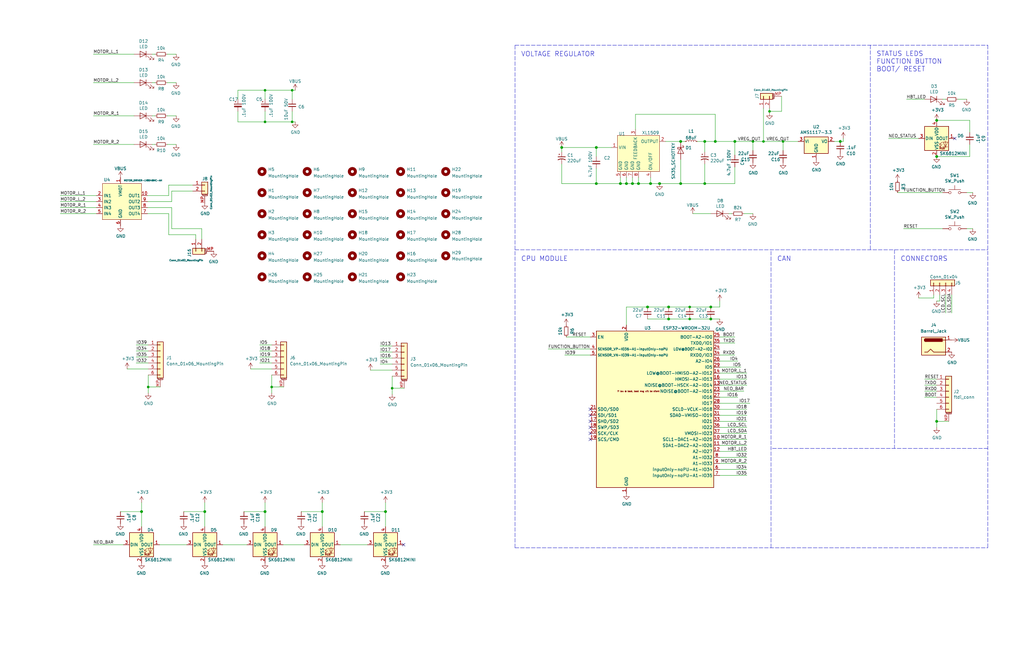
<source format=kicad_sch>
(kicad_sch (version 20211123) (generator eeschema)
  (paper "B")
  (title_block (rev "1.0P") (company "Evezor Inc."))
  (junction (at 309.88 59.69) (diameter 1.016))
  (junction (at 123.19 51.435))
  (junction (at 59.69 215.9) (diameter 1.016))
  (junction (at 261.62 77.47) (diameter 1.016))
  (junction (at 162.56 215.9) (diameter 1.016))
  (junction (at 251.46 77.47) (diameter 1.016))
  (junction (at 287.02 77.47) (diameter 1.016))
  (junction (at 299.72 129.54) (diameter 1.016))
  (junction (at 324.485 46.99))
  (junction (at 273.05 129.54) (diameter 1.016))
  (junction (at 86.36 215.9) (diameter 1.016))
  (junction (at 165.354 163.83))
  (junction (at 135.89 215.9) (diameter 1.016))
  (junction (at 278.13 77.47) (diameter 1.016))
  (junction (at 321.945 59.69))
  (junction (at 269.24 77.47) (diameter 1.016))
  (junction (at 394.97 50.8) (diameter 1.016))
  (junction (at 394.97 66.04) (diameter 1.016))
  (junction (at 281.94 134.62) (diameter 1.016))
  (junction (at 317.5 59.69))
  (junction (at 264.16 77.47) (diameter 1.016))
  (junction (at 354.33 59.69) (diameter 1.016))
  (junction (at 111.76 51.435))
  (junction (at 266.7 77.47) (diameter 1.016))
  (junction (at 299.72 134.62) (diameter 1.016))
  (junction (at 281.94 129.54) (diameter 1.016))
  (junction (at 290.83 134.62))
  (junction (at 297.18 59.69) (diameter 1.016))
  (junction (at 111.76 38.1))
  (junction (at 330.2 59.69))
  (junction (at 114.554 163.322))
  (junction (at 301.625 59.69) (diameter 1.016))
  (junction (at 297.18 77.47) (diameter 1.016))
  (junction (at 62.484 163.322))
  (junction (at 123.19 38.1))
  (junction (at 394.97 177.8) (diameter 1.016))
  (junction (at 274.32 77.47) (diameter 1.016))
  (junction (at 251.46 62.23) (diameter 1.016))
  (junction (at 287.02 59.69) (diameter 1.016))
  (junction (at 236.855 62.23) (diameter 1.016))
  (junction (at 290.83 129.54))
  (junction (at 111.76 215.9) (diameter 1.016))
  (no_connect (at 248.92 180.34))
  (no_connect (at 248.92 177.8))
  (no_connect (at 248.92 172.72))
  (no_connect (at 402.59 58.42))
  (no_connect (at 248.92 175.26))
  (no_connect (at 248.92 182.88))
  (no_connect (at 170.18 229.87))
  (no_connect (at 248.92 185.42))
  (wire (pts (xy 401.32 124.46) (xy 401.32 132.08)))
  (wire (pts (xy 50.8 215.9) (xy 59.69 215.9)))
  (wire (pts (xy 111.76 38.1) (xy 111.76 41.91)))
  (polyline (pts (xy 367.03 19.05) (xy 367.03 105.41)) (stroke (width 0) (type dash)))
  (wire (pts (xy 387.35 58.42) (xy 374.65 58.42)))
  (wire (pts (xy 123.19 51.435) (xy 124.46 51.435)))
  (wire (pts (xy 127 215.9) (xy 135.89 215.9)))
  (wire (pts (xy 25.4 87.63) (xy 40.64 87.63)))
  (wire (pts (xy 387.35 125.73) (xy 393.7 125.73)))
  (wire (pts (xy 123.19 38.1) (xy 123.19 41.91)))
  (wire (pts (xy 160.274 153.67) (xy 165.354 153.67)))
  (wire (pts (xy 102.87 215.9) (xy 111.76 215.9)))
  (wire (pts (xy 111.76 215.9) (xy 111.76 222.25)))
  (wire (pts (xy 77.47 215.9) (xy 86.36 215.9)))
  (wire (pts (xy 39.37 22.86) (xy 56.515 22.86)))
  (wire (pts (xy 329.565 46.99) (xy 324.485 46.99)))
  (wire (pts (xy 53.594 155.702) (xy 62.484 155.702)))
  (wire (pts (xy 321.945 45.72) (xy 321.945 59.69)))
  (wire (pts (xy 111.76 51.435) (xy 111.76 46.99)))
  (wire (pts (xy 403.86 41.91) (xy 407.67 41.91)))
  (wire (pts (xy 100.33 51.435) (xy 111.76 51.435)))
  (wire (pts (xy 309.88 59.69) (xy 309.88 65.405)))
  (wire (pts (xy 303.53 142.24) (xy 309.88 142.24)))
  (wire (pts (xy 396.24 127) (xy 396.24 124.46)))
  (wire (pts (xy 394.97 66.04) (xy 408.94 66.04)))
  (wire (pts (xy 64.135 34.925) (xy 65.405 34.925)))
  (wire (pts (xy 294.005 59.69) (xy 297.18 59.69)))
  (wire (pts (xy 278.13 77.47) (xy 287.02 77.47)))
  (wire (pts (xy 330.2 59.69) (xy 330.2 63.5)))
  (wire (pts (xy 236.855 77.47) (xy 251.46 77.47)))
  (wire (pts (xy 162.56 215.9) (xy 162.56 212.09)))
  (wire (pts (xy 299.72 129.54) (xy 303.53 129.54)))
  (wire (pts (xy 330.2 59.69) (xy 336.55 59.69)))
  (wire (pts (xy 57.404 153.162) (xy 62.484 153.162)))
  (wire (pts (xy 62.23 90.17) (xy 71.12 90.17)))
  (wire (pts (xy 71.12 90.17) (xy 71.12 99.06)))
  (wire (pts (xy 71.12 99.06) (xy 82.55 99.06)))
  (wire (pts (xy 111.76 215.9) (xy 111.76 212.09)))
  (wire (pts (xy 251.46 62.23) (xy 236.855 62.23)))
  (wire (pts (xy 389.89 160.02) (xy 394.97 160.02)))
  (wire (pts (xy 267.97 48.26) (xy 267.97 54.61)))
  (wire (pts (xy 105.664 155.702) (xy 114.554 155.702)))
  (wire (pts (xy 100.33 38.1) (xy 111.76 38.1)))
  (wire (pts (xy 86.36 215.9) (xy 86.36 222.25)))
  (wire (pts (xy 297.18 77.47) (xy 309.88 77.47)))
  (wire (pts (xy 303.53 129.54) (xy 303.53 127)))
  (polyline (pts (xy 217.17 19.05) (xy 416.56 19.05)) (stroke (width 0) (type dash)))
  (wire (pts (xy 303.53 190.5) (xy 314.96 190.5)))
  (wire (pts (xy 394.97 177.8) (xy 400.05 177.8)))
  (wire (pts (xy 85.09 96.52) (xy 85.09 100.965)))
  (wire (pts (xy 135.89 215.9) (xy 135.89 212.09)))
  (wire (pts (xy 303.53 200.66) (xy 314.96 200.66)))
  (wire (pts (xy 290.83 129.54) (xy 299.72 129.54)))
  (wire (pts (xy 111.76 38.1) (xy 123.19 38.1)))
  (wire (pts (xy 303.53 198.12) (xy 314.96 198.12)))
  (wire (pts (xy 329.565 40.64) (xy 329.565 46.99)))
  (wire (pts (xy 165.354 163.83) (xy 170.434 163.83)))
  (wire (pts (xy 303.53 165.1) (xy 313.69 165.1)))
  (wire (pts (xy 59.69 215.9) (xy 59.69 212.09)))
  (wire (pts (xy 25.4 82.55) (xy 40.64 82.55)))
  (wire (pts (xy 123.19 51.435) (xy 123.19 46.99)))
  (wire (pts (xy 261.62 77.47) (xy 264.16 77.47)))
  (wire (pts (xy 309.88 149.86) (xy 303.53 149.86)))
  (wire (pts (xy 39.37 34.925) (xy 56.515 34.925)))
  (wire (pts (xy 309.88 59.69) (xy 317.5 59.69)))
  (wire (pts (xy 378.46 81.28) (xy 397.51 81.28)))
  (wire (pts (xy 382.27 41.91) (xy 389.89 41.91)))
  (wire (pts (xy 269.24 77.47) (xy 274.32 77.47)))
  (wire (pts (xy 351.79 59.69) (xy 354.33 59.69)))
  (wire (pts (xy 162.56 215.9) (xy 162.56 222.25)))
  (wire (pts (xy 109.474 145.542) (xy 114.554 145.542)))
  (wire (pts (xy 301.625 48.26) (xy 301.625 59.69)))
  (wire (pts (xy 111.76 51.435) (xy 123.19 51.435)))
  (wire (pts (xy 160.274 146.05) (xy 165.354 146.05)))
  (wire (pts (xy 251.46 62.23) (xy 251.46 66.04)))
  (wire (pts (xy 70.485 34.925) (xy 74.295 34.925)))
  (wire (pts (xy 59.69 215.9) (xy 59.69 222.25)))
  (wire (pts (xy 114.554 163.322) (xy 114.554 165.862)))
  (wire (pts (xy 394.97 172.72) (xy 394.97 177.8)))
  (wire (pts (xy 394.97 177.8) (xy 394.97 180.34)))
  (wire (pts (xy 407.67 81.28) (xy 410.21 81.28)))
  (wire (pts (xy 52.07 229.87) (xy 39.37 229.87)))
  (polyline (pts (xy 217.17 231.14) (xy 217.17 19.05)) (stroke (width 0) (type dash)))
  (wire (pts (xy 394.97 167.64) (xy 389.89 167.64)))
  (wire (pts (xy 303.53 160.02) (xy 314.96 160.02)))
  (wire (pts (xy 100.33 38.1) (xy 100.33 41.91)))
  (wire (pts (xy 39.37 48.895) (xy 56.515 48.895)))
  (wire (pts (xy 309.88 70.485) (xy 309.88 77.47)))
  (wire (pts (xy 407.67 96.52) (xy 410.21 96.52)))
  (wire (pts (xy 62.484 158.242) (xy 62.484 163.322)))
  (wire (pts (xy 70.485 22.86) (xy 74.295 22.86)))
  (wire (pts (xy 303.53 152.4) (xy 311.15 152.4)))
  (polyline (pts (xy 416.56 189.23) (xy 325.12 189.23)) (stroke (width 0) (type dash)))
  (wire (pts (xy 287.02 77.47) (xy 297.18 77.47)))
  (wire (pts (xy 264.16 74.93) (xy 264.16 77.47)))
  (wire (pts (xy 299.72 134.62) (xy 303.53 134.62)))
  (polyline (pts (xy 416.56 19.05) (xy 416.56 231.14)) (stroke (width 0) (type dash)))
  (wire (pts (xy 119.38 229.87) (xy 128.27 229.87)))
  (wire (pts (xy 264.16 77.47) (xy 266.7 77.47)))
  (wire (pts (xy 143.51 229.87) (xy 154.94 229.87)))
  (wire (pts (xy 281.94 134.62) (xy 290.83 134.62)))
  (wire (pts (xy 93.98 229.87) (xy 104.14 229.87)))
  (wire (pts (xy 303.53 162.56) (xy 314.96 162.56)))
  (wire (pts (xy 236.855 69.215) (xy 236.855 77.47)))
  (polyline (pts (xy 377.19 105.41) (xy 377.19 189.23)) (stroke (width 0) (type dash)))
  (wire (pts (xy 266.7 74.93) (xy 266.7 77.47)))
  (wire (pts (xy 297.18 59.69) (xy 301.625 59.69)))
  (wire (pts (xy 25.4 90.17) (xy 40.64 90.17)))
  (wire (pts (xy 160.274 151.13) (xy 165.354 151.13)))
  (wire (pts (xy 25.4 85.09) (xy 40.64 85.09)))
  (wire (pts (xy 274.32 74.93) (xy 274.32 77.47)))
  (wire (pts (xy 257.81 62.23) (xy 251.46 62.23)))
  (wire (pts (xy 287.02 59.69) (xy 288.925 59.69)))
  (wire (pts (xy 303.53 187.96) (xy 314.96 187.96)))
  (wire (pts (xy 231.14 147.32) (xy 248.92 147.32)))
  (wire (pts (xy 62.23 82.55) (xy 71.12 82.55)))
  (wire (pts (xy 71.12 78.105) (xy 81.28 78.105)))
  (wire (pts (xy 71.12 82.55) (xy 71.12 78.105)))
  (wire (pts (xy 303.53 182.88) (xy 314.96 182.88)))
  (wire (pts (xy 287.02 77.47) (xy 287.02 67.31)))
  (wire (pts (xy 251.46 71.12) (xy 251.46 77.47)))
  (wire (pts (xy 303.53 157.48) (xy 314.96 157.48)))
  (wire (pts (xy 316.23 170.18) (xy 303.53 170.18)))
  (wire (pts (xy 301.625 59.69) (xy 309.88 59.69)))
  (wire (pts (xy 408.94 66.04) (xy 408.94 60.96)))
  (wire (pts (xy 303.53 185.42) (xy 314.96 185.42)))
  (wire (pts (xy 109.474 153.162) (xy 114.554 153.162)))
  (wire (pts (xy 165.354 158.75) (xy 165.354 163.83)))
  (wire (pts (xy 114.554 163.322) (xy 119.634 163.322)))
  (wire (pts (xy 238.76 142.24) (xy 248.92 142.24)))
  (wire (pts (xy 317.5 59.69) (xy 317.5 63.5)))
  (wire (pts (xy 324.485 46.99) (xy 324.485 47.625)))
  (wire (pts (xy 281.94 129.54) (xy 290.83 129.54)))
  (polyline (pts (xy 217.17 231.14) (xy 416.56 231.14)) (stroke (width 0) (type dash)))
  (wire (pts (xy 123.19 38.1) (xy 124.46 38.1)))
  (wire (pts (xy 381 96.52) (xy 397.51 96.52)))
  (polyline (pts (xy 217.17 105.41) (xy 416.56 105.41)) (stroke (width 0) (type dash)))
  (wire (pts (xy 62.23 87.63) (xy 72.39 87.63)))
  (wire (pts (xy 72.39 87.63) (xy 72.39 96.52)))
  (wire (pts (xy 72.39 96.52) (xy 85.09 96.52)))
  (wire (pts (xy 264.16 137.16) (xy 264.16 129.54)))
  (wire (pts (xy 261.62 74.93) (xy 261.62 77.47)))
  (wire (pts (xy 156.21 156.21) (xy 165.354 156.21)))
  (wire (pts (xy 62.484 163.322) (xy 62.484 165.862)))
  (wire (pts (xy 273.05 129.54) (xy 281.94 129.54)))
  (wire (pts (xy 393.7 125.73) (xy 393.7 124.46)))
  (wire (pts (xy 269.24 74.93) (xy 269.24 77.47)))
  (wire (pts (xy 57.404 145.542) (xy 62.484 145.542)))
  (wire (pts (xy 394.97 50.8) (xy 408.94 50.8)))
  (wire (pts (xy 274.32 77.47) (xy 278.13 77.47)))
  (wire (pts (xy 64.135 48.895) (xy 65.405 48.895)))
  (wire (pts (xy 355.6 59.69) (xy 355.6 58.42)))
  (wire (pts (xy 313.69 90.17) (xy 317.5 90.17)))
  (wire (pts (xy 324.485 45.72) (xy 324.485 46.99)))
  (wire (pts (xy 86.36 215.9) (xy 86.36 212.09)))
  (wire (pts (xy 57.404 148.082) (xy 62.484 148.082)))
  (wire (pts (xy 238.125 149.86) (xy 248.92 149.86)))
  (wire (pts (xy 290.83 134.62) (xy 299.72 134.62)))
  (wire (pts (xy 389.89 165.1) (xy 394.97 165.1)))
  (wire (pts (xy 72.39 80.645) (xy 72.39 85.09)))
  (wire (pts (xy 72.39 80.645) (xy 81.28 80.645)))
  (wire (pts (xy 72.39 85.09) (xy 62.23 85.09)))
  (polyline (pts (xy 325.12 231.14) (xy 325.12 105.41)) (stroke (width 0) (type dash)))
  (wire (pts (xy 303.53 175.26) (xy 314.96 175.26)))
  (wire (pts (xy 114.554 158.242) (xy 114.554 163.322)))
  (wire (pts (xy 39.37 60.96) (xy 56.515 60.96)))
  (wire (pts (xy 251.46 77.47) (xy 261.62 77.47)))
  (wire (pts (xy 303.53 180.34) (xy 314.96 180.34)))
  (wire (pts (xy 135.89 215.9) (xy 135.89 222.25)))
  (wire (pts (xy 280.67 59.69) (xy 287.02 59.69)))
  (wire (pts (xy 317.5 59.69) (xy 321.945 59.69)))
  (wire (pts (xy 109.474 150.622) (xy 114.554 150.622)))
  (wire (pts (xy 311.15 167.64) (xy 303.53 167.64)))
  (wire (pts (xy 57.404 150.622) (xy 62.484 150.622)))
  (wire (pts (xy 267.97 48.26) (xy 301.625 48.26)))
  (wire (pts (xy 236.855 62.23) (xy 236.855 64.135)))
  (wire (pts (xy 82.55 99.06) (xy 82.55 100.965)))
  (wire (pts (xy 303.53 172.72) (xy 314.96 172.72)))
  (wire (pts (xy 321.945 59.69) (xy 330.2 59.69)))
  (wire (pts (xy 273.05 134.62) (xy 281.94 134.62)))
  (wire (pts (xy 165.354 163.83) (xy 165.354 166.37)))
  (wire (pts (xy 67.31 229.87) (xy 78.74 229.87)))
  (wire (pts (xy 266.7 77.47) (xy 269.24 77.47)))
  (wire (pts (xy 297.18 77.47) (xy 297.18 69.215)))
  (wire (pts (xy 292.1 90.17) (xy 299.72 90.17)))
  (wire (pts (xy 303.53 177.8) (xy 314.96 177.8)))
  (wire (pts (xy 70.485 48.895) (xy 74.295 48.895)))
  (wire (pts (xy 64.135 22.86) (xy 65.405 22.86)))
  (wire (pts (xy 307.34 90.17) (xy 308.61 90.17)))
  (wire (pts (xy 109.474 148.082) (xy 114.554 148.082)))
  (wire (pts (xy 303.53 195.58) (xy 314.96 195.58)))
  (wire (pts (xy 394.97 127) (xy 396.24 127)))
  (wire (pts (xy 264.16 129.54) (xy 273.05 129.54)))
  (wire (pts (xy 398.78 124.46) (xy 398.78 132.08)))
  (wire (pts (xy 153.67 215.9) (xy 162.56 215.9)))
  (wire (pts (xy 303.53 144.78) (xy 309.88 144.78)))
  (wire (pts (xy 62.484 163.322) (xy 67.564 163.322)))
  (wire (pts (xy 160.274 148.59) (xy 165.354 148.59)))
  (wire (pts (xy 408.94 50.8) (xy 408.94 55.88)))
  (wire (pts (xy 70.485 60.96) (xy 74.295 60.96)))
  (wire (pts (xy 303.53 193.04) (xy 314.96 193.04)))
  (wire (pts (xy 354.33 59.69) (xy 355.6 59.69)))
  (wire (pts (xy 64.135 60.96) (xy 65.405 60.96)))
  (wire (pts (xy 397.51 41.91) (xy 398.78 41.91)))
  (wire (pts (xy 389.89 162.56) (xy 394.97 162.56)))
  (wire (pts (xy 297.18 59.69) (xy 297.18 64.135)))
  (wire (pts (xy 303.53 154.94) (xy 312.42 154.94)))
  (wire (pts (xy 100.33 46.99) (xy 100.33 51.435)))
  (text "VOLTAGE REGULATOR" (at 219.71 24.13 0) (effects (font (size 2.0066 2.0066)) (justify left bottom)))
  (text "CPU MODULE" (at 219.71 110.49 0) (effects (font (size 2.0066 2.0066)) (justify left bottom)))
  (text "CAN \n" (at 327.66 110.49 0) (effects (font (size 2.0066 2.0066)) (justify left bottom)))
  (text "STATUS LEDS \nFUNCTION BUTTON\nBOOT/ RESET " (at 369.57 30.48 0) (effects (font (size 2.0066 2.0066)) (justify left bottom)))
  (text "CONNECTORS" (at 379.73 110.49 0) (effects (font (size 2.0066 2.0066)) (justify left bottom)))
  (label "MOTOR_R_1" (at 314.96 185.42 180))
  (label "MOTOR_R_1" (at 25.4 87.63 0))
  (label "TXDO" (at 309.88 144.78 180))
  (label "MOTOR_L_2" (at 314.96 187.96 180))
  (label "RESET" (at 241.3 142.24 0))
  (label "IO35" (at 314.96 200.66 180))
  (label "IO21" (at 314.96 177.8 180))
  (label "IO5" (at 109.474 145.542 0))
  (label "IO4" (at 160.274 153.67 0))
  (label "IO34" (at 314.96 198.12 180))
  (label "IO4" (at 311.15 152.4 180))
  (label "IO18" (at 314.96 172.72 180))
  (label "HBT_LED" (at 314.96 190.5 180))
  (label "HBT_LED" (at 382.27 41.91 0))
  (label "MOTOR_R_2" (at 39.37 60.96 0))
  (label "MOTOR_R_1" (at 39.37 48.895 0))
  (label "MOTOR_L_1" (at 25.4 82.55 0))
  (label "MOTOR_L_2" (at 25.4 85.09 0))
  (label "LCD_SCL" (at 314.96 180.34 180))
  (label "NEO_BAR" (at 313.69 165.1 180))
  (label "IO39" (at 238.125 149.86 0))
  (label "IO16" (at 160.274 151.13 0))
  (label "RXD0" (at 389.89 165.1 0))
  (label "IO17" (at 316.23 170.18 180))
  (label "MOTOR_L_2" (at 39.37 34.925 0))
  (label "IO32" (at 57.404 153.162 0))
  (label "IO32" (at 314.96 193.04 180))
  (label "IO13" (at 314.96 160.02 180))
  (label "MOTOR_R_2" (at 314.96 195.58 180))
  (label "VREG_OUT" (at 332.74 59.69 180))
  (label "IO17" (at 160.274 148.59 0))
  (label "IO16" (at 311.15 167.64 180))
  (label "MOTOR_L_1" (at 39.37 22.86 0))
  (label "LCD_SCL" (at 398.78 132.08 90))
  (label "IO39" (at 57.404 145.542 0))
  (label "TXDO" (at 389.89 162.56 0))
  (label "FUNCTION_BUTTON" (at 381 81.28 0))
  (label "NEO_STATUS" (at 374.65 58.42 0))
  (label "IO19" (at 314.96 175.26 180))
  (label "LCD_SDA" (at 314.96 182.88 180))
  (label "IO21" (at 109.474 153.162 0))
  (label "VREG_OUT" (at 320.675 59.69 180))
  (label "IO34" (at 57.404 148.082 0))
  (label "RESET" (at 381 96.52 0))
  (label "LCD_SDA" (at 401.32 132.08 90))
  (label "IO35" (at 57.404 150.622 0))
  (label "MOTOR_L_1" (at 314.96 157.48 180))
  (label "IO18" (at 109.474 148.082 0))
  (label "FUNCTION_BUTTON" (at 231.14 147.32 0))
  (label "MOTOR_R_2" (at 25.4 90.17 0))
  (label "IO13" (at 160.274 146.05 0))
  (label "BOOT" (at 389.89 167.64 0))
  (label "RXD0" (at 309.88 149.86 180))
  (label "IO5" (at 312.42 154.94 180))
  (label "BOOT" (at 309.88 142.24 180))
  (label "NEO_BAR" (at 39.37 229.87 0))
  (label "NEO_STATUS" (at 314.96 162.56 180))
  (label "RESET" (at 389.89 160.02 0))
  (label "IO19" (at 109.474 150.622 0))
  (symbol (lib_id "power:+3.3V") (at 355.6 58.42 0) (unit 1)
    (property "Reference" "#PWR0101" (effects hide))
    (property "Value" "+3.3V" (at 355.981 54.0258 0))
  )
  (symbol (lib_id "Regulator_Linear:AMS1117-3.3") (at 344.17 59.69 0) (unit 1)
    (property "Reference" "U2" (at 344.17 53.5432 0))
    (property "Value" "AMS1117-3.3" (at 344.17 55.8546 0))
    (property "Footprint" "Package_TO_SOT_SMD:SOT-223-3_TabPin2" (effects hide))
    (property "Datasheet" "http://www.advanced-monolithic.com/pdf/ds1117.pdf" (effects hide))
  )
  (symbol (lib_id "power:GND") (at 344.17 67.31 0) (unit 1)
    (property "Reference" "#PWR0110" (effects hide))
    (property "Value" "GND" (at 344.297 71.7042 0))
  )
  (symbol (lib_id "Device:LED") (at 393.7 41.91 0) (mirror y) (unit 1)
    (property "Reference" "D3" (at 393.8778 36.4236 0))
    (property "Value" "LED" (at 393.8778 38.735 0))
    (property "Footprint" "LED_SMD:LED_0603_1608Metric" (effects hide))
  )
  (symbol (lib_id "Device:R_Small") (at 401.32 41.91 270) (mirror x) (unit 1)
    (property "Reference" "R5" (at 401.32 44.45 90))
    (property "Value" "10k" (at 401.32 39.37 90))
    (property "Footprint" "Resistor_SMD:R_0603_1608Metric" (effects hide))
  )
  (symbol (lib_id "power:GND") (at 407.67 41.91 0) (mirror y) (unit 1)
    (property "Reference" "#PWR0133" (effects hide))
    (property "Value" "GND" (at 407.543 46.3042 0))
  )
  (symbol (lib_id "power:GND") (at 410.21 81.28 0) (mirror y) (unit 1)
    (property "Reference" "#PWR0129" (effects hide))
    (property "Value" "GND" (at 410.083 85.6742 0))
  )
  (symbol (lib_id "Switch:SW_Push") (at 402.59 81.28 0) (unit 1)
    (property "Reference" "SW1" (at 402.59 74.041 0))
    (property "Value" "SW_Push" (at 402.59 76.3524 0))
    (property "Footprint" "Button_Switch_SMD:SWITCH_2x3_SMD_TACTILE_GREEN" (effects hide))
  )
  (symbol (lib_id "power:+3.3V") (at 394.97 50.8 0) (unit 1)
    (property "Reference" "#PWR0130" (effects hide))
    (property "Value" "+3.3V" (at 395.351 46.4058 0))
  )
  (symbol (lib_id "power:GND") (at 394.97 66.04 0) (mirror y) (unit 1)
    (property "Reference" "#PWR0131" (effects hide))
    (property "Value" "GND" (at 394.843 70.4342 0))
  )
  (symbol (lib_id "Device:C_Small") (at 408.94 58.42 180) (unit 1)
    (property "Reference" "C9" (at 414.7566 58.42 90))
    (property "Value" ".1uF" (at 412.4452 58.42 90))
    (property "Footprint" "Capacitor_SMD:C_0603_1608Metric" (effects hide))
  )
  (symbol (lib_id "Device:C_Small") (at 354.33 62.23 0) (unit 1)
    (property "Reference" "C10" (at 356.87 64.77 0) (effects (justify left)))
    (property "Value" ".1uF" (at 356.87 62.23 0) (effects (justify left)))
    (property "Footprint" "Capacitor_SMD:C_0603_1608Metric" (effects hide))
  )
  (symbol (lib_id "power:GND") (at 354.33 64.77 0) (unit 1)
    (property "Reference" "#PWR0137" (effects hide))
    (property "Value" "GND" (at 354.457 69.1642 0))
  )
  (symbol (lib_id "LED:SK6812MINI") (at 394.97 58.42 0) (unit 1)
    (property "Reference" "D6" (at 403.7076 57.2516 0) (effects (justify left)))
    (property "Value" "SK6812MINI" (at 396.24 64.77 0) (effects (justify left)))
    (property "Footprint" "LED_SMD:LED_SK6812MINI_PLCC4_3.5x3.5mm_P1.75mm" (effects hide))
    (property "Datasheet" "https://cdn-shop.adafruit.com/product-files/2686/SK6812MINI_REV.01-1-2.pdf" (effects hide))
  )
  (symbol (lib_id "Device:C_Small") (at 273.05 132.08 0) (unit 1)
    (property "Reference" "C7" (at 267.97 133.35 0) (effects (justify left)))
    (property "Value" "22uF" (at 266.7 130.81 0) (effects (justify left)))
    (property "Footprint" "Capacitor_SMD:C_0805_2012Metric" (effects hide))
  )
  (symbol (lib_id "Device:C_Small") (at 281.94 132.08 0) (unit 1)
    (property "Reference" "C11" (at 276.86 133.35 0) (effects (justify left)))
    (property "Value" "22uF" (at 275.59 130.81 0) (effects (justify left)))
    (property "Footprint" "Capacitor_SMD:C_0805_2012Metric" (effects hide))
  )
  (symbol (lib_id "Device:C_Small") (at 299.72 132.08 0) (unit 1)
    (property "Reference" "C13" (at 294.64 133.35 0) (effects (justify left)))
    (property "Value" "22uF" (at 293.37 130.81 0) (effects (justify left)))
    (property "Footprint" "Capacitor_SMD:C_0805_2012Metric" (effects hide))
  )
  (symbol (lib_id "Device:R_Small") (at 238.76 139.7 180) (unit 1)
    (property "Reference" "R6" (at 241.3 139.7 90))
    (property "Value" "10k" (at 236.22 139.7 90))
    (property "Footprint" "Resistor_SMD:R_0603_1608Metric" (effects hide))
  )
  (symbol (lib_id "Connector_Generic_MountingPin:Conn_01x06_MountingPin") (at 400.05 165.1 0) (unit 1)
    (property "Reference" "J2" (at 402.082 165.3032 0) (effects (justify left)))
    (property "Value" "ftdi_conn" (at 402.082 167.6146 0) (effects (justify left)))
    (property "Footprint" "Connector_JST:JST_SH_SM06B-SRSS-TB_1x06-1MP_P1.00mm_Horizontal" (effects hide))
  )
  (symbol (lib_id "power:+3.3V") (at 238.76 137.16 0) (unit 1)
    (property "Reference" "#PWR0113" (effects hide))
    (property "Value" "+3.3V" (at 239.141 132.7658 0))
  )
  (symbol (lib_id "power:+3.3V") (at 303.53 127 0) (unit 1)
    (property "Reference" "#PWR0114" (effects hide))
    (property "Value" "+3.3V" (at 303.911 122.6058 0))
  )
  (symbol (lib_id "power:GND") (at 303.53 134.62 0) (unit 1)
    (property "Reference" "#PWR0126" (effects hide))
    (property "Value" "GND" (at 303.657 139.0142 0))
  )
  (symbol (lib_id "power:GND") (at 394.97 180.34 0) (unit 1)
    (property "Reference" "#PWR0119" (effects hide))
    (property "Value" "GND" (at 395.097 184.7342 0))
  )
  (symbol (lib_id "power:GND") (at 264.16 208.28 0) (unit 1)
    (property "Reference" "#PWR0124" (effects hide))
    (property "Value" "GND" (at 264.287 212.6742 0))
  )
  (symbol (lib_id "RF_Module:ESP32-WROOM-32U") (at 276.86 172.72 0) (unit 1)
    (property "Reference" "U3" (at 273.05 138.43 0))
    (property "Value" "ESP32-WROOM-32U" (at 289.56 138.43 0))
    (property "Footprint" "RF_Module:ESP32-WROOM-32U_evezor" (effects hide))
    (property "Datasheet" "https://www.espressif.com/sites/default/files/documentation/esp32-wroom-32d_esp32-wroom-32u_datasheet_en.pdf" (effects hide))
  )
  (symbol (lib_id "power:GND") (at 410.21 96.52 0) (mirror y) (unit 1)
    (property "Reference" "#PWR0117" (effects hide))
    (property "Value" "GND" (at 410.083 100.9142 0))
  )
  (symbol (lib_id "Switch:SW_Push") (at 402.59 96.52 0) (unit 1)
    (property "Reference" "SW2" (at 402.59 89.281 0))
    (property "Value" "SW_Push" (at 402.59 91.5924 0))
    (property "Footprint" "Button_Switch_SMD:SWITCH_2x3_SMD_TACTILE_GREEN" (effects hide))
  )
  (symbol (lib_id "Device:LED") (at 303.53 90.17 0) (mirror y) (unit 1)
    (property "Reference" "D8" (at 303.7078 84.6836 0))
    (property "Value" "LED" (at 303.7078 86.995 0))
    (property "Footprint" "LED_SMD:LED_0603_1608Metric" (effects hide))
  )
  (symbol (lib_id "Device:R_Small") (at 311.15 90.17 270) (mirror x) (unit 1)
    (property "Reference" "R7" (at 311.15 92.71 90))
    (property "Value" "82k" (at 311.15 87.63 90))
    (property "Footprint" "Resistor_SMD:R_0603_1608Metric" (effects hide))
  )
  (symbol (lib_id "power:GND") (at 317.5 90.17 0) (mirror y) (unit 1)
    (property "Reference" "#PWR0138" (effects hide))
    (property "Value" "GND" (at 317.373 94.5642 0))
  )
  (symbol (lib_id "Device:R_Small") (at 378.46 78.74 180) (unit 1)
    (property "Reference" "R3" (at 381 78.74 90))
    (property "Value" "10k" (at 375.92 78.74 90))
    (property "Footprint" "Resistor_SMD:R_0603_1608Metric" (effects hide))
  )
  (symbol (lib_id "power:+3.3V") (at 378.46 76.2 0) (unit 1)
    (property "Reference" "#PWR0116" (effects hide))
    (property "Value" "+3.3V" (at 378.841 71.8058 0))
  )
  (symbol (lib_id "power:VBUS") (at 124.46 38.1 0) (unit 1)
    (property "Reference" "#PWR024" (effects hide))
    (property "Value" "VBUS" (at 124.46 34.29 0))
  )
  (symbol (lib_id "Mechanical:MountingHole") (at 187.96 107.95 0) (unit 1)
    (property "Reference" "H29" (at 190.5 106.6799 0) (effects (justify left)))
    (property "Value" "MountingHole" (at 190.5 109.2199 0) (effects (justify left)))
    (property "Footprint" "MountingHole:MountingHole_3.2mm_M3_ISO14580" (effects hide))
  )
  (symbol (lib_id "power:GND") (at 127 220.98 0) (mirror y) (unit 1)
    (property "Reference" "#PWR026" (effects hide))
    (property "Value" "GND" (at 126.873 225.3742 0))
  )
  (symbol (lib_id "Mechanical:MountingHole") (at 168.91 90.17 0) (unit 1)
    (property "Reference" "H14" (at 171.45 89.2615 0) (effects (justify left)))
    (property "Value" "MountingHole" (at 171.45 92.0366 0) (effects (justify left)))
    (property "Footprint" "MountingHole:MountingHole_3.2mm_M3_ISO14580" (effects hide))
  )
  (symbol (lib_id "Device:CP_Small") (at 111.76 44.45 0) (unit 1)
    (property "Reference" "C5" (at 107.95 41.91 0) (effects (justify left)))
    (property "Value" ".1uF 100V" (at 114.3 49.53 90) (effects (justify left)))
    (property "Footprint" "Capacitor_SMD:C_0805_2012Metric" (effects hide))
  )
  (symbol (lib_id "Mechanical:MountingHole") (at 148.59 90.17 0) (unit 1)
    (property "Reference" "H15" (at 151.13 89.2615 0) (effects (justify left)))
    (property "Value" "MountingHole" (at 151.13 92.0366 0) (effects (justify left)))
    (property "Footprint" "MountingHole:MountingHole_3.2mm_M3_ISO14580" (effects hide))
  )
  (symbol (lib_id "power:GND") (at 317.5 68.58 0) (unit 1)
    (property "Reference" "#PWR031" (effects hide))
    (property "Value" "GND" (at 317.627 72.9742 0))
  )
  (symbol (lib_id "Mechanical:MountingHole") (at 110.49 99.06 0) (unit 1)
    (property "Reference" "H3" (at 113.03 98.1515 0) (effects (justify left)))
    (property "Value" "MountingHole" (at 113.03 100.9266 0) (effects (justify left)))
    (property "Footprint" "MountingHole:MountingHole_3.2mm_M3_ISO14580" (effects hide))
  )
  (symbol (lib_id "power:GND") (at 86.36 85.725 0) (unit 1)
    (property "Reference" "#PWR015" (effects hide))
    (property "Value" "GND" (at 86.487 90.1192 0))
  )
  (symbol (lib_id "LED:SK6812MINI") (at 162.56 229.87 0) (unit 1)
    (property "Reference" "D11" (at 164.9476 223.6216 0) (effects (justify left)))
    (property "Value" "SK6812MINI" (at 163.83 236.22 0) (effects (justify left)))
    (property "Footprint" "LED_SMD:LED_SK6812MINI_PLCC4_3.5x3.5mm_P1.75mm" (effects hide))
    (property "Datasheet" "https://cdn-shop.adafruit.com/product-files/2686/SK6812MINI_REV.01-1-2.pdf" (effects hide))
  )
  (symbol (lib_id "power:GND") (at 165.354 166.37 0) (unit 1)
    (property "Reference" "#PWR04" (effects hide))
    (property "Value" "GND" (at 165.481 170.7642 0))
  )
  (symbol (lib_id "Mechanical:MountingHole") (at 129.54 81.28 0) (unit 1)
    (property "Reference" "H7" (at 132.08 80.3715 0) (effects (justify left)))
    (property "Value" "MountingHole" (at 132.08 83.1466 0) (effects (justify left)))
    (property "Footprint" "MountingHole:MountingHole_3.2mm_M3_ISO14580" (effects hide))
  )
  (symbol (lib_id "Mechanical:MountingHole") (at 187.96 72.39 0) (unit 1)
    (property "Reference" "H22" (at 190.5 71.4815 0) (effects (justify left)))
    (property "Value" "MountingHole" (at 190.5 74.2566 0) (effects (justify left)))
    (property "Footprint" "MountingHole:MountingHole_2.7mm_M2.5_ISO14580" (effects hide))
  )
  (symbol (lib_id "power:GND") (at 111.76 237.49 0) (mirror y) (unit 1)
    (property "Reference" "#PWR023" (effects hide))
    (property "Value" "GND" (at 111.633 241.8842 0))
  )
  (symbol (lib_id "power:GND") (at 330.2 68.58 0) (unit 1)
    (property "Reference" "#PWR032" (effects hide))
    (property "Value" "GND" (at 330.327 72.9742 0))
  )
  (symbol (lib_id "Device:R_Small") (at 67.945 22.86 270) (mirror x) (unit 1)
    (property "Reference" "R4" (at 67.945 25.4 90))
    (property "Value" "10k" (at 67.945 20.32 90))
    (property "Footprint" "Resistor_SMD:R_0603_1608Metric" (effects hide))
  )
  (symbol (lib_id "power:GND") (at 153.67 220.98 0) (mirror y) (unit 1)
    (property "Reference" "#PWR035" (effects hide))
    (property "Value" "GND" (at 153.543 225.3742 0))
  )
  (symbol (lib_id "power:VBUS") (at 401.32 143.51 270) (unit 1)
    (property "Reference" "#PWR029" (effects hide))
    (property "Value" "VBUS" (at 406.4 143.51 90))
  )
  (symbol (lib_id "Mechanical:MountingHole") (at 187.96 99.06 0) (unit 1)
    (property "Reference" "H28" (at 190.5 98.1515 0) (effects (justify left)))
    (property "Value" "MountingHole" (at 190.5 100.9266 0) (effects (justify left)))
    (property "Footprint" "MountingHole:MountingHole_3.2mm_M3_ISO14580" (effects hide))
  )
  (symbol (lib_id "Device:CP1_Small") (at 236.855 66.675 0) (unit 1)
    (property "Reference" "C1" (at 239.1664 65.5066 0) (effects (justify left)))
    (property "Value" "220uF" (at 239.1664 67.818 0) (effects (justify left)))
    (property "Footprint" "Capacitor_SMD:CP_Elec_10x10.5" (effects hide))
  )
  (symbol (lib_id "LED:SK6812MINI") (at 135.89 229.87 0) (unit 1)
    (property "Reference" "D10" (at 138.2776 223.6216 0) (effects (justify left)))
    (property "Value" "SK6812MINI" (at 137.16 236.22 0) (effects (justify left)))
    (property "Footprint" "LED_SMD:LED_SK6812MINI_PLCC4_3.5x3.5mm_P1.75mm" (effects hide))
    (property "Datasheet" "https://cdn-shop.adafruit.com/product-files/2686/SK6812MINI_REV.01-1-2.pdf" (effects hide))
  )
  (symbol (lib_id "power:GND") (at 114.554 165.862 0) (unit 1)
    (property "Reference" "#PWR011" (effects hide))
    (property "Value" "GND" (at 114.681 170.2562 0))
  )
  (symbol (lib_id "power:VBUS") (at 50.8 74.93 0) (unit 1)
    (property "Reference" "#PWR05" (effects hide))
    (property "Value" "VBUS" (at 50.8 71.12 0))
  )
  (symbol (lib_id "power:+3.3V") (at 105.664 155.702 0) (unit 1)
    (property "Reference" "#PWR010" (effects hide))
    (property "Value" "+3.3V" (at 106.045 151.3078 0))
  )
  (symbol (lib_id "Device:C_Small") (at 127 218.44 180) (unit 1)
    (property "Reference" "C21" (at 132.8166 218.44 90))
    (property "Value" ".1uF" (at 130.5052 218.44 90))
    (property "Footprint" "Capacitor_SMD:C_0603_1608Metric" (effects hide))
  )
  (symbol (lib_id "Mechanical:MountingHole") (at 168.91 99.06 0) (unit 1)
    (property "Reference" "H17" (at 171.45 98.1515 0) (effects (justify left)))
    (property "Value" "MountingHole" (at 171.45 100.9266 0) (effects (justify left)))
    (property "Footprint" "MountingHole:MountingHole_3.2mm_M3_ISO14580" (effects hide))
  )
  (symbol (lib_id "Device:CP_Small") (at 100.33 44.45 0) (unit 1)
    (property "Reference" "C17" (at 96.52 41.91 0) (effects (justify left)))
    (property "Value" ".1uF 100V" (at 102.87 49.53 90) (effects (justify left)))
    (property "Footprint" "Capacitor_SMD:C_0805_2012Metric" (effects hide))
  )
  (symbol (lib_id "Mechanical:MountingHole") (at 110.49 90.17 0) (unit 1)
    (property "Reference" "H2" (at 113.03 89.2615 0) (effects (justify left)))
    (property "Value" "MountingHole" (at 113.03 92.0366 0) (effects (justify left)))
    (property "Footprint" "MountingHole:MountingHole_3.2mm_M3_ISO14580" (effects hide))
  )
  (symbol (lib_id "power:+3.3V") (at 59.69 212.09 0) (unit 1)
    (property "Reference" "#PWR08" (effects hide))
    (property "Value" "+3.3V" (at 60.071 207.6958 0))
  )
  (symbol (lib_id "power:VBUS") (at 292.1 90.17 0) (mirror y) (unit 1)
    (property "Reference" "#PWR012" (effects hide))
    (property "Value" "VBUS" (at 292.1 86.5654 0))
  )
  (symbol (lib_id "LED:SK6812MINI") (at 59.69 229.87 0) (unit 1)
    (property "Reference" "D4" (at 62.0776 223.6216 0) (effects (justify left)))
    (property "Value" "SK6812MINI" (at 60.96 236.22 0) (effects (justify left)))
    (property "Footprint" "LED_SMD:LED_SK6812MINI_PLCC4_3.5x3.5mm_P1.75mm" (effects hide))
    (property "Datasheet" "https://cdn-shop.adafruit.com/product-files/2686/SK6812MINI_REV.01-1-2.pdf" (effects hide))
  )
  (symbol (lib_id "Device:LED") (at 60.325 60.96 0) (mirror y) (unit 1)
    (property "Reference" "D15" (at 60.5028 55.4736 0))
    (property "Value" "LED" (at 60.5028 57.785 0))
    (property "Footprint" "LED_SMD:LED_0603_1608Metric" (effects hide))
  )
  (symbol (lib_id "Connector_Generic_MountingPin:Conn_01x06_MountingPin") (at 170.434 151.13 0) (unit 1)
    (property "Reference" "J3" (at 172.974 151.4855 0) (effects (justify left)))
    (property "Value" "Conn_01x06_MountingPin" (at 172.974 154.0255 0) (effects (justify left)))
    (property "Footprint" "Connector_FFC-FPC:TE_84952-6_1x06-1MP_P1.0mm_Horizontal" (effects hide))
  )
  (symbol (lib_id "Device:LED") (at 60.325 48.895 0) (mirror y) (unit 1)
    (property "Reference" "D14" (at 60.5028 43.4086 0))
    (property "Value" "LED" (at 60.5028 45.72 0))
    (property "Footprint" "LED_SMD:LED_0603_1608Metric" (effects hide))
  )
  (symbol (lib_id "Connector_Generic_MountingPin:Conn_01x02_MountingPin") (at 321.945 40.64 90) (unit 1)
    (property "Reference" "J7" (at 319.2585 41.7829 0) (effects (justify left)))
    (property "Value" "Conn_01x02_MountingPin" (at 332.1936 37.9729 90) (effects (font (size 0.75 0.75)) (justify left)))
    (property "Footprint" "Connector_JST:JST_XH_2_VERTICAL" (effects hide))
  )
  (symbol (lib_id "Device:R_Small") (at 67.945 48.895 270) (mirror x) (unit 1)
    (property "Reference" "R9" (at 67.945 51.435 90))
    (property "Value" "10k" (at 67.945 46.355 90))
    (property "Footprint" "Resistor_SMD:R_0603_1608Metric" (effects hide))
  )
  (symbol (lib_id "power:GND") (at 50.8 220.98 0) (mirror y) (unit 1)
    (property "Reference" "#PWR07" (effects hide))
    (property "Value" "GND" (at 50.673 225.3742 0))
  )
  (symbol (lib_id "LED:SK6812MINI") (at 86.36 229.87 0) (unit 1)
    (property "Reference" "D5" (at 88.7476 223.6216 0) (effects (justify left)))
    (property "Value" "SK6812MINI" (at 87.63 236.22 0) (effects (justify left)))
    (property "Footprint" "LED_SMD:LED_SK6812MINI_PLCC4_3.5x3.5mm_P1.75mm" (effects hide))
    (property "Datasheet" "https://cdn-shop.adafruit.com/product-files/2686/SK6812MINI_REV.01-1-2.pdf" (effects hide))
  )
  (symbol (lib_id "Device:C_Small") (at 251.46 68.58 0) (unit 1)
    (property "Reference" "C2" (at 254.635 66.675 0) (effects (justify left)))
    (property "Value" "4.7uF 100V" (at 248.92 74.93 90) (effects (justify left)))
    (property "Footprint" "Capacitor_SMD:C_0805_2012Metric" (effects hide))
  )
  (symbol (lib_id "Connector_Generic_MountingPin:Conn_01x02_MountingPin") (at 86.36 78.105 0) (unit 1)
    (property "Reference" "J8" (at 85.2171 75.4185 0) (effects (justify left)))
    (property "Value" "Conn_01x02_MountingPin" (at 89.0271 88.3536 90) (effects (font (size 0.75 0.75)) (justify left)))
    (property "Footprint" "Connector_JST:JST_XH_2_VERTICAL" (effects hide))
  )
  (symbol (lib_id "Mechanical:MountingHole") (at 187.96 81.28 0) (unit 1)
    (property "Reference" "H19" (at 190.5 80.3715 0) (effects (justify left)))
    (property "Value" "MountingHole" (at 190.5 83.1466 0) (effects (justify left)))
    (property "Footprint" "MountingHole:MountingHole_3.2mm_M3_ISO14580" (effects hide))
  )
  (symbol (lib_id "Device:C_Small") (at 50.8 218.44 180) (unit 1)
    (property "Reference" "C8" (at 56.6166 218.44 90))
    (property "Value" ".1uF" (at 54.3052 218.44 90))
    (property "Footprint" "Capacitor_SMD:C_0603_1608Metric" (effects hide))
  )
  (symbol (lib_id "Mechanical:MountingHole") (at 168.91 107.95 0) (unit 1)
    (property "Reference" "H16" (at 171.45 107.0415 0) (effects (justify left)))
    (property "Value" "MountingHole" (at 171.45 109.8166 0) (effects (justify left)))
    (property "Footprint" "MountingHole:MountingHole_3.2mm_M3_ISO14580" (effects hide))
  )
  (symbol (lib_id "power:GND") (at 74.295 22.86 0) (mirror y) (unit 1)
    (property "Reference" "#PWR019" (effects hide))
    (property "Value" "GND" (at 74.168 27.2542 0))
  )
  (symbol (lib_id "power:+3.3V") (at 135.89 212.09 0) (unit 1)
    (property "Reference" "#PWR027" (effects hide))
    (property "Value" "+3.3V" (at 136.271 207.6958 0))
  )
  (symbol (lib_id "Mechanical:MountingHole") (at 148.59 107.95 0) (unit 1)
    (property "Reference" "H20" (at 151.13 107.0415 0) (effects (justify left)))
    (property "Value" "MountingHole" (at 151.13 109.8166 0) (effects (justify left)))
    (property "Footprint" "MountingHole:MountingHole_3.2mm_M3_ISO14580" (effects hide))
  )
  (symbol (lib_id "power:GND") (at 124.46 51.435 0) (unit 1)
    (property "Reference" "#PWR025" (effects hide))
    (property "Value" "GND" (at 124.587 55.8292 0))
  )
  (symbol (lib_id "power:GND") (at 135.89 237.49 0) (mirror y) (unit 1)
    (property "Reference" "#PWR028" (effects hide))
    (property "Value" "GND" (at 135.763 241.8842 0))
  )
  (symbol (lib_id "Device:R_Small") (at 67.945 60.96 270) (mirror x) (unit 1)
    (property "Reference" "R10" (at 67.945 63.5 90))
    (property "Value" "10k" (at 67.945 58.42 90))
    (property "Footprint" "Resistor_SMD:R_0603_1608Metric" (effects hide))
  )
  (symbol (lib_id "Device:C_Small") (at 290.83 132.08 0) (unit 1)
    (property "Reference" "C14" (at 285.75 133.35 0) (effects (justify left)))
    (property "Value" "22uF" (at 284.48 130.81 0) (effects (justify left)))
    (property "Footprint" "Capacitor_SMD:C_0805_2012Metric" (effects hide))
  )
  (symbol (lib_id "Mechanical:MountingHole") (at 129.54 107.95 0) (unit 1)
    (property "Reference" "H27" (at 132.08 107.0415 0) (effects (justify left)))
    (property "Value" "MountingHole" (at 132.08 109.8166 0) (effects (justify left)))
    (property "Footprint" "MountingHole:MountingHole_3.2mm_M3_ISO14580" (effects hide))
  )
  (symbol (lib_id "power:GND") (at 90.17 106.045 0) (mirror y) (unit 1)
    (property "Reference" "#PWR016" (effects hide))
    (property "Value" "GND" (at 90.043 110.4392 0))
  )
  (symbol (lib_id "Mechanical:MountingHole") (at 129.54 90.17 0) (unit 1)
    (property "Reference" "H8" (at 132.08 89.2615 0) (effects (justify left)))
    (property "Value" "MountingHole" (at 132.08 92.0366 0) (effects (justify left)))
    (property "Footprint" "MountingHole:MountingHole_3.2mm_M3_ISO14580" (effects hide))
  )
  (symbol (lib_id "Device:C_Small") (at 123.19 44.45 0) (unit 1)
    (property "Reference" "C6" (at 125.73 45.085 0) (effects (justify left)))
    (property "Value" "10uF 50V" (at 120.65 50.8 90) (effects (justify left)))
    (property "Footprint" "Capacitor_SMD:C_1206_3216Metric" (effects hide))
  )
  (symbol (lib_id "Mechanical:MountingHole") (at 110.49 107.95 0) (unit 1)
    (property "Reference" "H4" (at 113.03 107.0415 0) (effects (justify left)))
    (property "Value" "MountingHole" (at 113.03 109.8166 0) (effects (justify left)))
    (property "Footprint" "MountingHole:MountingHole_3.2mm_M3_ISO14580" (effects hide))
  )
  (symbol (lib_id "Mechanical:MountingHole") (at 129.54 116.84 0) (unit 1)
    (property "Reference" "H25" (at 132.08 115.9315 0) (effects (justify left)))
    (property "Value" "MountingHole" (at 132.08 118.7066 0) (effects (justify left)))
    (property "Footprint" "MountingHole:MountingHole_3.2mm_M3_ISO14580" (effects hide))
  )
  (symbol (lib_id "Mechanical:MountingHole") (at 148.59 116.84 0) (unit 1)
    (property "Reference" "H21" (at 151.13 115.9315 0) (effects (justify left)))
    (property "Value" "MountingHole" (at 151.13 118.7066 0) (effects (justify left)))
    (property "Footprint" "MountingHole:MountingHole_2.7mm_M2.5_ISO14580" (effects hide))
  )
  (symbol (lib_id "power:GND") (at 401.32 148.59 0) (unit 1)
    (property "Reference" "#PWR030" (effects hide))
    (property "Value" "GND" (at 401.447 152.9842 0))
  )
  (symbol (lib_id "power:GND") (at 74.295 34.925 0) (mirror y) (unit 1)
    (property "Reference" "#PWR020" (effects hide))
    (property "Value" "GND" (at 74.168 39.3192 0))
  )
  (symbol (lib_id "Mechanical:MountingHole") (at 187.96 90.17 0) (unit 1)
    (property "Reference" "H24" (at 190.5 89.2615 0) (effects (justify left)))
    (property "Value" "MountingHole" (at 190.5 92.0366 0) (effects (justify left)))
    (property "Footprint" "MountingHole:MountingHole_2.7mm_M2.5_ISO14580" (effects hide))
  )
  (symbol (lib_id "power:GND") (at 86.36 237.49 0) (mirror y) (unit 1)
    (property "Reference" "#PWR018" (effects hide))
    (property "Value" "GND" (at 86.233 241.8842 0))
  )
  (symbol (lib_id "Connector:Barrel_Jack") (at 393.7 146.05 0) (unit 1)
    (property "Reference" "J4" (at 393.7 137.16 0))
    (property "Value" "Barrel_Jack" (at 393.7 139.7 0))
    (property "Footprint" "Connector_BarrelJack:BarrelJack_Horizontal" (effects hide))
  )
  (symbol (lib_id "Device:D_Schottky") (at 287.02 63.5 270) (unit 1)
    (property "Reference" "D1" (at 289.0266 62.3316 90) (effects (justify left)))
    (property "Value" "SX35_SCHOTTKY" (at 283.9466 60.198 0) (effects (justify left)))
    (property "Footprint" "Diode_SMD:D_SMA" (effects hide))
  )
  (symbol (lib_id "power:VBUS") (at 236.855 62.23 0) (mirror y) (unit 1)
    (property "Reference" "#PWR043" (effects hide))
    (property "Value" "VBUS" (at 236.855 58.6254 0))
  )
  (symbol (lib_id "Device:C_Small") (at 153.67 218.44 180) (unit 1)
    (property "Reference" "C22" (at 159.4866 218.44 90))
    (property "Value" ".1uF" (at 157.1752 218.44 90))
    (property "Footprint" "Capacitor_SMD:C_0603_1608Metric" (effects hide))
  )
  (symbol (lib_id "power:GND") (at 278.13 77.47 0) (mirror y) (unit 1)
    (property "Reference" "#PWR047" (effects hide))
    (property "Value" "GND" (at 278.13 82.0326 0))
  )
  (symbol (lib_id "Mechanical:MountingHole") (at 148.59 81.28 0) (unit 1)
    (property "Reference" "H12" (at 151.13 80.3715 0) (effects (justify left)))
    (property "Value" "MountingHole" (at 151.13 83.1466 0) (effects (justify left)))
    (property "Footprint" "MountingHole:MountingHole_3.2mm_M3_ISO14580" (effects hide))
  )
  (symbol (lib_id "Device:LED") (at 60.325 34.925 0) (mirror y) (unit 1)
    (property "Reference" "D13" (at 60.5028 29.4386 0))
    (property "Value" "LED" (at 60.5028 31.75 0))
    (property "Footprint" "LED_SMD:LED_0603_1608Metric" (effects hide))
  )
  (symbol (lib_id "Device:CP1_Small") (at 297.18 66.675 0) (unit 1)
    (property "Reference" "C3" (at 299.4914 65.5066 0) (effects (justify left)))
    (property "Value" "220uF" (at 299.4914 67.818 0) (effects (justify left)))
    (property "Footprint" "Capacitor_SMD:CP_Elec_10x10.5" (effects hide))
  )
  (symbol (lib_id "Mechanical:MountingHole") (at 110.49 72.39 0) (unit 1)
    (property "Reference" "H5" (at 113.03 71.4815 0) (effects (justify left)))
    (property "Value" "MountingHole" (at 113.03 74.2566 0) (effects (justify left)))
    (property "Footprint" "MountingHole:MountingHole_3.2mm_M3_ISO14580" (effects hide))
  )
  (symbol (lib_id "Connector_Generic_MountingPin:Conn_01x06_MountingPin") (at 119.634 150.622 0) (unit 1)
    (property "Reference" "J6" (at 122.174 150.9775 0) (effects (justify left)))
    (property "Value" "Conn_01x06_MountingPin" (at 122.174 153.5175 0) (effects (justify left)))
    (property "Footprint" "Connector_FFC-FPC:TE_84952-6_1x06-1MP_P1.0mm_Horizontal" (effects hide))
  )
  (symbol (lib_id "Mechanical:MountingHole") (at 110.49 116.84 0) (unit 1)
    (property "Reference" "H26" (at 113.03 115.9315 0) (effects (justify left)))
    (property "Value" "MountingHole" (at 113.03 118.7066 0) (effects (justify left)))
    (property "Footprint" "MountingHole:MountingHole_3.2mm_M3_ISO14580" (effects hide))
  )
  (symbol (lib_id "power:GND") (at 324.485 47.625 0) (unit 1)
    (property "Reference" "#PWR013" (effects hide))
    (property "Value" "GND" (at 324.612 52.0192 0))
  )
  (symbol (lib_id "Connector_Generic_MountingPin:Conn_01x06_MountingPin") (at 67.564 150.622 0) (unit 1)
    (property "Reference" "J1" (at 70.104 150.9775 0) (effects (justify left)))
    (property "Value" "Conn_01x06_MountingPin" (at 70.104 153.5175 0) (effects (justify left)))
    (property "Footprint" "Connector_FFC-FPC:TE_84952-6_1x06-1MP_P1.0mm_Horizontal" (effects hide))
  )
  (symbol (lib_id "Connector_Generic:Conn_01x04") (at 396.24 119.38 90) (unit 1)
    (property "Reference" "J5" (at 405.13 119.38 90) (effects (justify left)))
    (property "Value" "Conn_01x04" (at 403.86 116.84 90) (effects (justify left)))
    (property "Footprint" "Connector_PinSocket_2.54mm:PinSocket_1x04_P2.54mm_Vertical" (effects hide))
  )
  (symbol (lib_id "Mechanical:MountingHole") (at 129.54 99.06 0) (unit 1)
    (property "Reference" "H10" (at 132.08 98.1515 0) (effects (justify left)))
    (property "Value" "MountingHole" (at 132.08 100.9266 0) (effects (justify left)))
    (property "Footprint" "MountingHole:MountingHole_3.2mm_M3_ISO14580" (effects hide))
  )
  (symbol (lib_id "power:GND") (at 162.56 237.49 0) (mirror y) (unit 1)
    (property "Reference" "#PWR037" (effects hide))
    (property "Value" "GND" (at 162.433 241.8842 0))
  )
  (symbol (lib_id "power:GND") (at 394.97 127 0) (mirror y) (unit 1)
    (property "Reference" "#PWR034" (effects hide))
    (property "Value" "GND" (at 394.843 131.3942 0))
  )
  (symbol (lib_id "Device:L_Small") (at 291.465 59.69 270) (mirror x) (unit 1)
    (property "Reference" "L1" (at 291.465 55.3424 90))
    (property "Value" "68uF" (at 291.465 58.1175 90))
    (property "Footprint" "Inductor_SMD:INDUCTOR-68uH" (effects hide))
  )
  (symbol (lib_id "Evezor_Library:MOTOR_DRIVER-LV8548MC-AH") (at 50.8 86.36 0) (unit 1)
    (property "Reference" "U4" (at 45.085 75.856 0))
    (property "Value" "MOTOR_DRIVER-LV8548MC-AH" (at 60.325 76.1603 0) (effects (font (size 0.7 0.7))))
    (property "Footprint" "Package_SO:SOIC-10_LV8548MC-AH_evezor" (effects hide))
  )
  (symbol (lib_id "power:+3.3V") (at 111.76 212.09 0) (unit 1)
    (property "Reference" "#PWR022" (effects hide))
    (property "Value" "+3.3V" (at 112.141 207.6958 0))
  )
  (symbol (lib_id "power:GND") (at 74.295 60.96 0) (mirror y) (unit 1)
    (property "Reference" "#PWR045" (effects hide))
    (property "Value" "GND" (at 74.168 65.3542 0))
  )
  (symbol (lib_id "power:+3.3V") (at 86.36 212.09 0) (unit 1)
    (property "Reference" "#PWR017" (effects hide))
    (property "Value" "+3.3V" (at 86.741 207.6958 0))
  )
  (symbol (lib_id "power:+3.3V") (at 53.594 155.702 0) (unit 1)
    (property "Reference" "#PWR01" (effects hide))
    (property "Value" "+3.3V" (at 53.975 151.3078 0))
  )
  (symbol (lib_id "Mechanical:MountingHole") (at 110.49 81.28 0) (unit 1)
    (property "Reference" "H1" (at 113.03 80.3715 0) (effects (justify left)))
    (property "Value" "MountingHole" (at 113.03 83.1466 0) (effects (justify left)))
    (property "Footprint" "MountingHole:MountingHole_3.2mm_M3_ISO14580" (effects hide))
  )
  (symbol (lib_id "Device:C_Small") (at 309.88 67.945 0) (unit 1)
    (property "Reference" "C4" (at 313.055 69.85 90) (effects (justify left)))
    (property "Value" "4.7uF 100V" (at 307.34 74.295 90) (effects (justify left)))
    (property "Footprint" "Capacitor_SMD:C_0805_2012Metric" (effects hide))
  )
  (symbol (lib_id "Device:C_Small") (at 102.87 218.44 180) (unit 1)
    (property "Reference" "C18" (at 108.6866 218.44 90))
    (property "Value" ".1uF" (at 106.3752 218.44 90))
    (property "Footprint" "Capacitor_SMD:C_0603_1608Metric" (effects hide))
  )
  (symbol (lib_id "Device:C_Small") (at 77.47 218.44 180) (unit 1)
    (property "Reference" "C12" (at 83.2866 218.44 90))
    (property "Value" ".1uF" (at 80.9752 218.44 90))
    (property "Footprint" "Capacitor_SMD:C_0603_1608Metric" (effects hide))
  )
  (symbol (lib_id "Mechanical:MountingHole") (at 168.91 116.84 0) (unit 1)
    (property "Reference" "H23" (at 171.45 115.9315 0) (effects (justify left)))
    (property "Value" "MountingHole" (at 171.45 118.7066 0) (effects (justify left)))
    (property "Footprint" "MountingHole:MountingHole_2.7mm_M2.5_ISO14580" (effects hide))
  )
  (symbol (lib_id "Mechanical:MountingHole") (at 148.59 72.39 0) (unit 1)
    (property "Reference" "H9" (at 151.13 71.4815 0) (effects (justify left)))
    (property "Value" "MountingHole" (at 151.13 74.2566 0) (effects (justify left)))
    (property "Footprint" "MountingHole:MountingHole_3.2mm_M3_ISO14580" (effects hide))
  )
  (symbol (lib_id "power:GND") (at 102.87 220.98 0) (mirror y) (unit 1)
    (property "Reference" "#PWR021" (effects hide))
    (property "Value" "GND" (at 102.743 225.3742 0))
  )
  (symbol (lib_id "Device:R_Small") (at 67.945 34.925 270) (mirror x) (unit 1)
    (property "Reference" "R8" (at 67.945 37.465 90))
    (property "Value" "10k" (at 67.945 32.385 90))
    (property "Footprint" "Resistor_SMD:R_0603_1608Metric" (effects hide))
  )
  (symbol (lib_id "power:+3.3V") (at 156.21 156.21 0) (unit 1)
    (property "Reference" "#PWR02" (effects hide))
    (property "Value" "+3.3V" (at 156.591 151.8158 0))
  )
  (symbol (lib_id "power:GND") (at 74.295 48.895 0) (mirror y) (unit 1)
    (property "Reference" "#PWR044" (effects hide))
    (property "Value" "GND" (at 74.168 53.2892 0))
  )
  (symbol (lib_id "Mechanical:MountingHole") (at 148.59 99.06 0) (unit 1)
    (property "Reference" "H18" (at 151.13 98.1515 0) (effects (justify left)))
    (property "Value" "MountingHole" (at 151.13 100.9266 0) (effects (justify left)))
    (property "Footprint" "MountingHole:MountingHole_3.2mm_M3_ISO14580" (effects hide))
  )
  (symbol (lib_id "Device:C_Small") (at 317.5 66.04 0) (unit 1)
    (property "Reference" "C15" (at 312.42 67.31 0) (effects (justify left)))
    (property "Value" "22uF" (at 311.15 64.77 0) (effects (justify left)))
    (property "Footprint" "Capacitor_SMD:C_0805_2012Metric" (effects hide))
  )
  (symbol (lib_id "power:GND") (at 62.484 165.862 0) (unit 1)
    (property "Reference" "#PWR03" (effects hide))
    (property "Value" "GND" (at 62.611 170.2562 0))
  )
  (symbol (lib_id "power:GND") (at 77.47 220.98 0) (mirror y) (unit 1)
    (property "Reference" "#PWR014" (effects hide))
    (property "Value" "GND" (at 77.343 225.3742 0))
  )
  (symbol (lib_id "power:GND") (at 59.69 237.49 0) (mirror y) (unit 1)
    (property "Reference" "#PWR09" (effects hide))
    (property "Value" "GND" (at 59.563 241.8842 0))
  )
  (symbol (lib_id "power:GND") (at 50.8 95.25 0) (unit 1)
    (property "Reference" "#PWR06" (effects hide))
    (property "Value" "GND" (at 50.927 99.6442 0))
  )
  (symbol (lib_id "power:+3.3V") (at 387.35 125.73 0) (unit 1)
    (property "Reference" "#PWR033" (effects hide))
    (property "Value" "+3.3V" (at 387.731 121.3358 0))
  )
  (symbol (lib_id "Mechanical:MountingHole") (at 168.91 72.39 0) (unit 1)
    (property "Reference" "H11" (at 171.45 71.4815 0) (effects (justify left)))
    (property "Value" "MountingHole" (at 171.45 74.2566 0) (effects (justify left)))
    (property "Footprint" "MountingHole:MountingHole_3.2mm_M3_ISO14580" (effects hide))
  )
  (symbol (lib_id "Mechanical:MountingHole") (at 168.91 81.28 0) (unit 1)
    (property "Reference" "H13" (at 171.45 80.3715 0) (effects (justify left)))
    (property "Value" "MountingHole" (at 171.45 83.1466 0) (effects (justify left)))
    (property "Footprint" "MountingHole:MountingHole_3.2mm_M3_ISO14580" (effects hide))
  )
  (symbol (lib_id "LED:SK6812MINI") (at 111.76 229.87 0) (unit 1)
    (property "Reference" "D9" (at 114.1476 223.6216 0) (effects (justify left)))
    (property "Value" "SK6812MINI" (at 113.03 236.22 0) (effects (justify left)))
    (property "Footprint" "LED_SMD:LED_SK6812MINI_PLCC4_3.5x3.5mm_P1.75mm" (effects hide))
    (property "Datasheet" "https://cdn-shop.adafruit.com/product-files/2686/SK6812MINI_REV.01-1-2.pdf" (effects hide))
  )
  (symbol (lib_id "Device:LED") (at 60.325 22.86 0) (mirror y) (unit 1)
    (property "Reference" "D12" (at 60.5028 17.3736 0))
    (property "Value" "LED" (at 60.5028 19.685 0))
    (property "Footprint" "LED_SMD:LED_0603_1608Metric" (effects hide))
  )
  (symbol (lib_id "Connector_Generic_MountingPin:Conn_01x02_MountingPin") (at 82.55 106.045 90) (mirror x) (unit 1)
    (property "Reference" "J16" (at 79.8635 104.9021 0) (effects (justify left)))
    (property "Value" "Conn_01x02_MountingPin" (at 85.725 109.855 90) (effects (font (size 0.75 0.75)) (justify left)))
    (property "Footprint" "Connector_JST:JST_XH_2_VERTICAL" (effects hide))
  )
  (symbol (lib_id "power:+3.3V") (at 162.56 212.09 0) (unit 1)
    (property "Reference" "#PWR036" (effects hide))
    (property "Value" "+3.3V" (at 162.941 207.6958 0))
  )
  (symbol (lib_id "Device:C_Small") (at 330.2 66.04 0) (unit 1)
    (property "Reference" "C16" (at 325.12 67.31 0) (effects (justify left)))
    (property "Value" "22uF" (at 323.85 64.77 0) (effects (justify left)))
    (property "Footprint" "Capacitor_SMD:C_0805_2012Metric" (effects hide))
  )
  (symbol (lib_id "Mechanical:MountingHole") (at 129.54 72.39 0) (unit 1)
    (property "Reference" "H6" (at 132.08 71.4815 0) (effects (justify left)))
    (property "Value" "MountingHole" (at 132.08 74.2566 0) (effects (justify left)))
    (property "Footprint" "MountingHole:MountingHole_3.2mm_M3_ISO14580" (effects hide))
  )
  (symbol (lib_id "Evezor_Library:XL1509") (at 269.24 66.04 0) (unit 1)
    (property "Reference" "U1" (at 262.255 56.4092 0))
    (property "Value" "XL1509" (at 274.32 56.0093 0))
    (property "Footprint" "Package_SO:SOIC-8_3.9x4.9mm_P1.27mm" (effects hide))
  )
)
</source>
